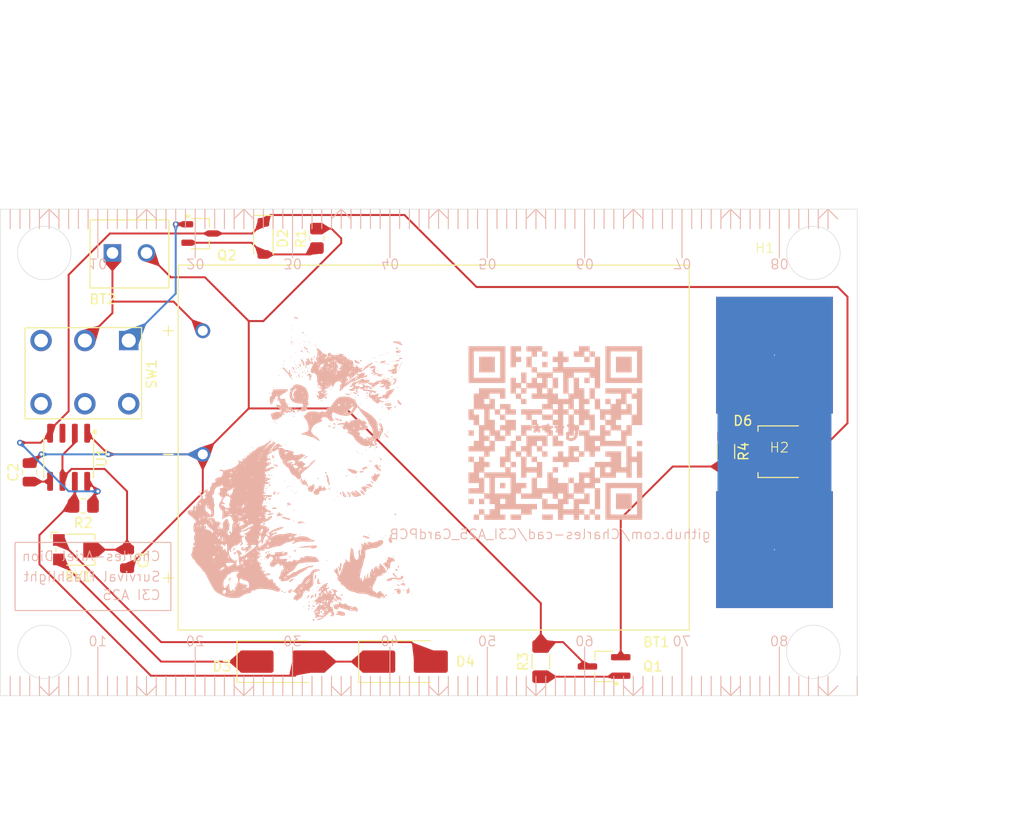
<source format=kicad_pcb>
(kicad_pcb (version 20241229) (generator "pcbnew") (generator_version "9.0")
  (layers (0 "F.Cu" signal) (2 "B.Cu" signal) (13 "F.Paste" user) (15 "B.Paste" user) (5 "F.SilkS" user "F.Silkscreen") (7 "B.SilkS" user "B.Silkscreen") (1 "F.Mask" user) (3 "B.Mask" user) (25 "Edge.Cuts" user))
  (net 0 "")
  (net 1 "-BATT")
  (net 2 "Net-(U1-THR)")
  (net 3 "Net-(U1-CV)")
  (net 4 "Net-(Q2-D)")
  (net 5 "Net-(D2-A)")
  (net 6 "VCC")
  (net 7 "Net-(D3-K)")
  (net 8 "Net-(D3-A)")
  (net 9 "Net-(D4-A)")
  (net 10 "Net-(D6-K)")
  (net 11 "Net-(Q1-D)")
  (net 12 "Net-(Q1-G)")
  (net 13 "+BATT")
  (net 19 "Net-(D6-PAD)")
  (footprint "Package_TO_SOT_SMD:TSOT-23" (layer "F.Cu") (at 124.5 59.5)
    (property "Reference" "Q2" (at 2.75 2.25 0) (layer "F.SilkS"))
    (property "Value" "SL2301S")
    (pad "1" smd roundrect (at -1.31 -0.95) (size 1.22 0.65) (layers "F.Cu" "F.Mask" "F.Paste") (net 4 "Net-(Q2-D)"))
    (pad "2" smd roundrect (at -1.31 0.95) (size 1.22 0.65) (layers "F.Cu" "F.Mask" "F.Paste") (net 5 "Net-(D2-A)"))
    (pad "3" smd roundrect (at 1.31 0) (size 1.22 0.65) (layers "F.Cu" "F.Mask" "F.Paste") (net 6 "VCC"))
  )
  (footprint "Potentiometer_SMD:Potentiometer_Bourns_TC33X_Vertical" (layer "F.Cu") (at 111.8 92)
    (property "Reference" "RV1" (at 0.2 2.75 0) (layer "F.SilkS"))
    (property "Value" "10k")
    (pad "1" smd rect (at -1.8 -1) (size 1.2 1.2) (layers "F.Cu" "F.Mask" "F.Paste") (net 9 "Net-(D4-A)"))
    (pad "2" smd rect (at 1.45 0) (size 1.5 1.6) (layers "F.Cu" "F.Mask" "F.Paste") (net 2 "Net-(U1-THR)"))
    (pad "3" smd rect (at -1.8 1) (size 1.2 1.2) (layers "F.Cu" "F.Mask" "F.Paste") (net 7 "Net-(D3-K)"))
  )
  (footprint "Resistor_SMD:R_1206_3216Metric_Pad1.30x1.75mm_HandSolder" (layer "F.Cu") (at 159.5 103.5 90)
    (property "Reference" "R3" (at 0 -1.83 90) (layer "F.SilkS"))
    (property "Value" "5k")
    (pad "1" smd roundrect (at -1.55 0 90) (size 1.3 1.75) (layers "F.Cu" "F.Mask" "F.Paste") (roundrect_rratio 0.192308) (net 12 "Net-(Q1-G)"))
    (pad "2" smd roundrect (at 1.55 0 90) (size 1.3 1.75) (layers "F.Cu" "F.Mask" "F.Paste") (roundrect_rratio 0.192308) (net 1 "-BATT"))
  )
  (footprint "Capacitor_SMD:C_0805_2012Metric" (layer "F.Cu") (at 117 92.95 -90)
    (property "Reference" "C1" (at 0 -1.68 90) (layer "F.SilkS"))
    (property "Value" "100nF")
    (pad "1" smd roundrect (at -0.95 0 270) (size 1 1.45) (layers "F.Cu" "F.Mask" "F.Paste") (net 2 "Net-(U1-THR)"))
    (pad "2" smd roundrect (at 0.95 0 270) (size 1 1.45) (layers "F.Cu" "F.Mask" "F.Paste") (net 1 "-BATT"))
  )
  (footprint "Resistor_SMD:R_0805_2012Metric_Pad1.20x1.40mm_HandSolder" (layer "F.Cu") (at 136.5 60 90)
    (property "Reference" "R1" (at 0 -1.65 90) (layer "F.SilkS"))
    (property "Value" "100k")
    (pad "1" smd roundrect (at -1 0 90) (size 1.2 1.4) (layers "F.Cu" "F.Mask" "F.Paste") (roundrect_rratio 0.208333) (net 5 "Net-(D2-A)"))
    (pad "2" smd roundrect (at 1 0 90) (size 1.2 1.4) (layers "F.Cu" "F.Mask" "F.Paste") (roundrect_rratio 0.208333) (net 1 "-BATT"))
  )
  (footprint "Package_TO_SOT_SMD:TSOT-23_HandSoldering" (layer "F.Cu") (at 166 104 180)
    (property "Reference" "Q1" (at -5 0 0) (layer "F.SilkS"))
    (property "Value" "SL2312")
    (pad "1" smd roundrect (at -1.71 -0.95 180) (size 2 0.65) (layers "F.Cu" "F.Mask" "F.Paste") (net 12 "Net-(Q1-G)"))
    (pad "2" smd roundrect (at -1.71 0.95 180) (size 2 0.65) (layers "F.Cu" "F.Mask" "F.Paste") (net 11 "Net-(Q1-D)"))
    (pad "3" smd roundrect (at 1.71 0 180) (size 2 0.65) (layers "F.Cu" "F.Mask" "F.Paste") (net 1 "-BATT"))
  )
  (footprint "CustomLib:DPDT" (layer "F.Cu") (at 117.17 70.5 -90)
    (property "Reference" "SW1" (at 3.45 -2.35 90) (layer "F.SilkS"))
    (property "Value" "SW_DPDT_x2")
    (pad "1" thru_hole rect (at 0 0 270) (size 2 2) (drill 1.45) (layers "*.Cu" "*.Mask") (net 4 "Net-(Q2-D)"))
    (pad "2" thru_hole circle (at 0 4.5 270) (size 2.2 2.2) (drill 1.45) (layers "*.Cu" "*.Mask") (net 13 "+BATT"))
    (pad "3" thru_hole circle (at 0 9 270) (size 2.2 2.2) (drill 1.4) (layers "*.Cu" "*.Mask"))
    (pad "4" thru_hole circle (at 6.5 9 270) (size 2.2 2.2) (drill 1.4) (layers "*.Cu" "*.Mask"))
    (pad "5" thru_hole circle (at 6.5 4.5 270) (size 2.2 2.2) (drill 1.4) (layers "*.Cu" "*.Mask"))
    (pad "6" thru_hole circle (at 6.5 0 270) (size 2.2 2.2) (drill 1.4) (layers "*.Cu" "*.Mask"))
  )
  (footprint "CustomLib:Heatsink" (layer "F.Cu") (at 183.65 62.45)
    (property "Reference" "H1" (at -1.15 -1.45 0) (layer "F.SilkS") (effects (font (thickness 0.1))))
    (property "Value" "~")
    (pad "1" thru_hole rect (at -0.15 9.55) (size 12 12) (drill 0.1) (layers "*.Cu" "*.Mask") (net 19 "Net-(D6-PAD)"))
  )
  (footprint "CustomLib:Heatsink" (layer "F.Cu") (at 183.65 82.45)
    (property "Reference" "H2" (at 0.35 -0.95 0) (layer "F.SilkS") (effects (font (thickness 0.1))))
    (property "Value" "~")
    (pad "1" thru_hole rect (at -0.15 9.55) (size 12 12) (drill 0.1) (layers "*.Cu" "*.Mask") (net 19 "Net-(D6-PAD)"))
  )
  (footprint "Package_SO:SOIC-8_3.9x4.9mm_P1.27mm" (layer "F.Cu") (at 111 82.5 -90)
    (property "Reference" "U1" (at 0 -3.4 90) (layer "F.SilkS"))
    (property "Value" "LM555xM")
    (pad "1" smd roundrect (at -2.475 -1.905 270) (size 1.95 0.6) (layers "F.Cu" "F.Mask" "F.Paste") (net 1 "-BATT"))
    (pad "2" smd roundrect (at -2.475 -0.635 270) (size 1.95 0.6) (layers "F.Cu" "F.Mask" "F.Paste") (net 2 "Net-(U1-THR)"))
    (pad "3" smd roundrect (at -2.475 0.635 270) (size 1.95 0.6) (layers "F.Cu" "F.Mask" "F.Paste"))
    (pad "4" smd roundrect (at -2.475 1.905 270) (size 1.95 0.6) (layers "F.Cu" "F.Mask" "F.Paste") (net 6 "VCC"))
    (pad "5" smd roundrect (at 2.475 1.905 270) (size 1.95 0.6) (layers "F.Cu" "F.Mask" "F.Paste") (net 3 "Net-(U1-CV)"))
    (pad "6" smd roundrect (at 2.475 0.635 270) (size 1.95 0.6) (layers "F.Cu" "F.Mask" "F.Paste") (net 2 "Net-(U1-THR)"))
    (pad "7" smd roundrect (at 2.475 -0.635 270) (size 1.95 0.6) (layers "F.Cu" "F.Mask" "F.Paste") (net 8 "Net-(D3-A)"))
    (pad "8" smd roundrect (at 2.475 -1.905 270) (size 1.95 0.6) (layers "F.Cu" "F.Mask" "F.Paste") (net 6 "VCC"))
  )
  (footprint "Diode_SMD:D_SOD-123" (layer "F.Cu") (at 131 60 -90)
    (property "Reference" "D2" (at 0 -2 90) (layer "F.SilkS"))
    (property "Value" "6V")
    (pad "1" smd roundrect (at -1.65 0 270) (size 0.9 1.2) (layers "F.Cu" "F.Mask" "F.Paste") (net 6 "VCC"))
    (pad "2" smd roundrect (at 1.65 0 270) (size 0.9 1.2) (layers "F.Cu" "F.Mask" "F.Paste") (net 5 "Net-(D2-A)"))
  )
  (footprint "Capacitor_SMD:C_0805_2012Metric" (layer "F.Cu") (at 107 84.05 90)
    (property "Reference" "C2" (at 0 -1.68 90) (layer "F.SilkS"))
    (property "Value" "1nF")
    (pad "1" smd roundrect (at -0.95 0 90) (size 1 1.45) (layers "F.Cu" "F.Mask" "F.Paste") (net 3 "Net-(U1-CV)"))
    (pad "2" smd roundrect (at 0.95 0 90) (size 1 1.45) (layers "F.Cu" "F.Mask" "F.Paste") (net 1 "-BATT"))
  )
  (footprint "Diode_SMD:D_SMB_Handsoldering" (layer "F.Cu") (at 145.5 103.5)
    (property "Reference" "D4" (at 6.25 0 0) (layer "F.SilkS"))
    (property "Value" "S1J-AQ")
    (pad "1" smd roundrect (at -2.7 0) (size 3.5 2.3) (layers "F.Cu" "F.Mask" "F.Paste") (roundrect_rratio 0.1086956522) (net 8 "Net-(D3-A)"))
    (pad "2" smd roundrect (at 2.7 0) (size 3.5 2.3) (layers "F.Cu" "F.Mask" "F.Paste") (roundrect_rratio 0.1086956522) (net 9 "Net-(D4-A)"))
  )
  (footprint "Resistor_SMD:R_0805_2012Metric_Pad1.20x1.40mm_HandSolder" (layer "F.Cu") (at 112.5 87.5 180)
    (property "Reference" "R2" (at 0 -1.75 0) (layer "F.SilkS"))
    (property "Value" "1k")
    (pad "1" smd roundrect (at -1 0 180) (size 1.2 1.4) (layers "F.Cu" "F.Mask" "F.Paste") (roundrect_rratio 0.208333) (net 6 "VCC"))
    (pad "2" smd roundrect (at 1 0 180) (size 1.2 1.4) (layers "F.Cu" "F.Mask" "F.Paste") (roundrect_rratio 0.208333) (net 8 "Net-(D3-A)"))
  )
  (footprint "LED_SMD:LED_Cree-XHP50_3V_HighDensity" (layer "F.Cu") (at 184.46 81.925)
    (property "Reference" "D6" (at -4.21 -3.175 0) (layer "F.SilkS"))
    (property "Value" "2.85V 1.5Amax")
    (pad "1" smd rect (at -2.14 0) (size 0.5 4.78) (layers "F.Cu" "F.Mask") (net 10 "Net-(D6-K)"))
    (pad "2" smd rect (at 2.14 0) (size 0.5 4.78) (layers "F.Cu" "F.Mask") (net 6 "VCC"))
    (pad "3" smd rect (at 0 0) (size 2.78 4.78) (layers "F.Cu" "F.Mask") (net 19 "Net-(D6-PAD)"))
  )
  (footprint "CustomLib:2 pin screw connector" (layer "F.Cu") (at 117.25 61.5)
    (property "Reference" "BT2" (at -2.75 4.75 0) (layer "F.SilkS") (effects (font (size 1.000591 1.000591))))
    (property "Value" "Battery")
    (pad "1" thru_hole rect (at -1.75 0) (size 1.8 1.8) (drill 1.2) (layers "*.Cu" "*.Mask") (net 13 "+BATT"))
    (pad "2" thru_hole circle (at 1.75 0) (size 1.8 1.8) (drill 1.2) (layers "*.Cu" "*.Mask") (net 1 "-BATT"))
  )
  (footprint "Resistor_SMD:R_1206_3216Metric_Pad1.30x1.75mm_HandSolder" (layer "F.Cu") (at 178.5 81.9 -90)
    (property "Reference" "R4" (at 0 -1.83 90) (layer "F.SilkS"))
    (property "Value" "1.6")
    (pad "1" smd roundrect (at -1.55 0 270) (size 1.3 1.75) (layers "F.Cu" "F.Mask" "F.Paste") (roundrect_rratio 0.192308) (net 10 "Net-(D6-K)"))
    (pad "2" smd roundrect (at 1.55 0 270) (size 1.3 1.75) (layers "F.Cu" "F.Mask" "F.Paste") (roundrect_rratio 0.192308) (net 11 "Net-(Q1-D)"))
  )
  (footprint "CustomLib:BAT_2479" (layer "F.Cu") (at 148.5 81.5 180)
    (property "Reference" "BT1" (at -22.86 -20 0) (layer "F.SilkS"))
    (property "Value" "Battery Holder")
    (pad "" np_thru_hole circle (at 0 -12 180) (size 3.45 3.45) (drill 3.45) (layers "*.Cu" "*.Mask"))
    (pad "" np_thru_hole circle (at 0 12 180) (size 3.45 3.45) (drill 3.45) (layers "*.Cu" "*.Mask"))
    (pad "1" thru_hole circle (at 23.72 12 180) (size 1.53 1.53) (drill 1.02) (layers "*.Cu" "*.Mask") (net 13 "+BATT"))
    (pad "2" thru_hole circle (at 23.72 -0.7 180) (size 1.53 1.53) (drill 1.02) (layers "*.Cu" "*.Mask") (net 1 "-BATT"))
  )
  (footprint "Diode_SMD:D_SMB_Handsoldering" (layer "F.Cu") (at 133 103.5)
    (property "Reference" "D3" (at -6.25 0.5 0) (layer "F.SilkS"))
    (property "Value" "S1J-AQ")
    (pad "1" smd roundrect (at -2.7 0) (size 3.5 2.3) (layers "F.Cu" "F.Mask" "F.Paste") (roundrect_rratio 0.1086956522) (net 7 "Net-(D3-K)"))
    (pad "2" smd roundrect (at 2.7 0) (size 3.5 2.3) (layers "F.Cu" "F.Mask" "F.Paste") (roundrect_rratio 0.1086956522) (net 8 "Net-(D3-A)"))
  )
  (footprint "LOGO" (layer "B.Cu") (at 135 83.75 180)
    (property "Reference" "G***" (hide yes))
    (property "Value" "LOGO" (hide yes))
  )
  (footprint "LOGO" (layer "B.Cu") (at 161 80 180)
    (property "Reference" "G***" (at 0 0 0) (layer "B.SilkS") (effects (font (size 1.5 1.5) (thickness 0.3)) (justify mirror)))
    (property "Value" "LOGO" (hide yes))
  )
  (gr_rect (start 177.75 78) (end 189.25 86) (stroke (width 0.2)) (fill yes) (layer "B.Cu") (net 19))
  (gr_line (start 148 57) (end 148 59) (stroke (width 0.1)) (layer "B.SilkS"))
  (gr_line (start 165 107) (end 165 105) (stroke (width 0.1)) (layer "B.SilkS"))
  (gr_line (start 159 107) (end 158 106) (stroke (width 0.1)) (layer "B.SilkS"))
  (gr_line (start 132 57) (end 132 59) (stroke (width 0.1)) (layer "B.SilkS"))
  (gr_line (start 151 107) (end 151 105) (stroke (width 0.1)) (layer "B.SilkS"))
  (gr_line (start 179 107) (end 179 105) (stroke (width 0.1)) (layer "B.SilkS"))
  (gr_line (start 162 107) (end 162 105) (stroke (width 0.1)) (layer "B.SilkS"))
  (gr_line (start 171 57) (end 171 59) (stroke (width 0.1)) (layer "B.SilkS"))
  (gr_line (start 181 107) (end 181 105) (stroke (width 0.1)) (layer "B.SilkS"))
  (gr_line (start 117 57) (end 117 59) (stroke (width 0.1)) (layer "B.SilkS"))
  (gr_line (start 156 107) (end 156 105) (stroke (width 0.1)) (layer "B.SilkS"))
  (gr_line (start 169 107) (end 169 105) (stroke (width 0.1)) (layer "B.SilkS"))
  (gr_line (start 184 107) (end 184 102) (stroke (width 0.1)) (layer "B.SilkS"))
  (gr_line (start 190 58) (end 189 57) (stroke (width 0.1)) (layer "B.SilkS"))
  (gr_line (start 111 57) (end 111 59) (stroke (width 0.1)) (layer "B.SilkS"))
  (gr_line (start 179 57) (end 178 58) (stroke (width 0.1)) (layer "B.SilkS"))
  (gr_line (start 173 57) (end 173 59) (stroke (width 0.1)) (layer "B.SilkS"))
  (gr_line (start 114 107) (end 114 102) (stroke (width 0.1)) (layer "B.SilkS"))
  (gr_line (start 109 57) (end 109 59) (stroke (width 0.1)) (layer "B.SilkS"))
  (gr_line (start 149 57) (end 148 58) (stroke (width 0.1)) (layer "B.SilkS"))
  (gr_line (start 127 107) (end 127 105) (stroke (width 0.1)) (layer "B.SilkS"))
  (gr_line (start 135 107) (end 135 105) (stroke (width 0.1)) (layer "B.SilkS"))
  (gr_line (start 129 57) (end 129 59) (stroke (width 0.1)) (layer "B.SilkS"))
  (gr_line (start 127 57) (end 127 59) (stroke (width 0.1)) (layer "B.SilkS"))
  (gr_line (start 179 107) (end 178 106) (stroke (width 0.1)) (layer "B.SilkS"))
  (gr_line (start 142 107) (end 142 105) (stroke (width 0.1)) (layer "B.SilkS"))
  (gr_line (start 168 57) (end 168 59) (stroke (width 0.1)) (layer "B.SilkS"))
  (gr_line (start 108 57) (end 108 59) (stroke (width 0.1)) (layer "B.SilkS"))
  (gr_line (start 119 57) (end 119 59) (stroke (width 0.1)) (layer "B.SilkS"))
  (gr_line (start 181 57) (end 181 59) (stroke (width 0.1)) (layer "B.SilkS"))
  (gr_line (start 172 57) (end 172 59) (stroke (width 0.1)) (layer "B.SilkS"))
  (gr_line (start 108 107) (end 108 105) (stroke (width 0.1)) (layer "B.SilkS"))
  (gr_line (start 144 107) (end 144 102) (stroke (width 0.1)) (layer "B.SilkS"))
  (gr_line (start 119 57) (end 118 58) (stroke (width 0.1)) (layer "B.SilkS"))
  (gr_line (start 134 57) (end 134 62) (stroke (width 0.1)) (layer "B.SilkS"))
  (gr_line (start 142 57) (end 142 59) (stroke (width 0.1)) (layer "B.SilkS"))
  (gr_line (start 172 107) (end 172 105) (stroke (width 0.1)) (layer "B.SilkS"))
  (gr_line (start 147 57) (end 147 59) (stroke (width 0.1)) (layer "B.SilkS"))
  (gr_line (start 164 107) (end 164 102) (stroke (width 0.1)) (layer "B.SilkS"))
  (gr_line (start 119 107) (end 120 106) (stroke (width 0.1)) (layer "B.SilkS"))
  (gr_line (start 171 107) (end 171 105) (stroke (width 0.1)) (layer "B.SilkS"))
  (gr_line (start 189 107) (end 188 106) (stroke (width 0.1)) (layer "B.SilkS"))
  (gr_line (start 131 107) (end 131 105) (stroke (width 0.1)) (layer "B.SilkS"))
  (gr_line (start 167 57) (end 167 59) (stroke (width 0.1)) (layer "B.SilkS"))
  (gr_line (start 124 57) (end 124 62) (stroke (width 0.1)) (layer "B.SilkS"))
  (gr_line (start 123 107) (end 123 105) (stroke (width 0.1)) (layer "B.SilkS"))
  (gr_line (start 175 107) (end 175 105) (stroke (width 0.1)) (layer "B.SilkS"))
  (gr_line (start 122 57) (end 122 59) (stroke (width 0.1)) (layer "B.SilkS"))
  (gr_line (start 177 57) (end 177 59) (stroke (width 0.1)) (layer "B.SilkS"))
  (gr_line (start 144 57) (end 144 62) (stroke (width 0.1)) (layer "B.SilkS"))
  (gr_line (start 109 57) (end 110 58) (stroke (width 0.1)) (layer "B.SilkS"))
  (gr_line (start 138 57) (end 138 59) (stroke (width 0.1)) (layer "B.SilkS"))
  (gr_line (start 141 107) (end 141 105) (stroke (width 0.1)) (layer "B.SilkS"))
  (gr_line (start 129 107) (end 130 106) (stroke (width 0.1)) (layer "B.SilkS"))
  (gr_line (start 182 57) (end 182 59) (stroke (width 0.1)) (layer "B.SilkS"))
  (gr_line (start 169 57) (end 169 59) (stroke (width 0.1)) (layer "B.SilkS"))
  (gr_line (start 118 57) (end 118 59) (stroke (width 0.1)) (layer "B.SilkS"))
  (gr_line (start 183 107) (end 183 105) (stroke (width 0.1)) (layer "B.SilkS"))
  (gr_line (start 159 57) (end 160 58) (stroke (width 0.1)) (layer "B.SilkS"))
  (gr_line (start 130 57) (end 130 59) (stroke (width 0.1)) (layer "B.SilkS"))
  (gr_line (start 122 107) (end 122 105) (stroke (width 0.1)) (layer "B.SilkS"))
  (gr_line (start 160 107) (end 160 105) (stroke (width 0.1)) (layer "B.SilkS"))
  (gr_line (start 110 57) (end 110 59) (stroke (width 0.1)) (layer "B.SilkS"))
  (gr_line (start 115 57) (end 115 59) (stroke (width 0.1)) (layer "B.SilkS"))
  (gr_line (start 161 107) (end 161 105) (stroke (width 0.1)) (layer "B.SilkS"))
  (gr_line (start 151 57) (end 151 59) (stroke (width 0.1)) (layer "B.SilkS"))
  (gr_line (start 115 107) (end 115 105) (stroke (width 0.1)) (layer "B.SilkS"))
  (gr_line (start 169 107) (end 170 106) (stroke (width 0.1)) (layer "B.SilkS"))
  (gr_line (start 129 107) (end 129 105) (stroke (width 0.1)) (layer "B.SilkS"))
  (gr_line (start 169 57) (end 168 58) (stroke (width 0.1)) (layer "B.SilkS"))
  (gr_line (start 139 57) (end 139 59) (stroke (width 0.1)) (layer "B.SilkS"))
  (gr_line (start 125 107) (end 125 105) (stroke (width 0.1)) (layer "B.SilkS"))
  (gr_line (start 188 107) (end 188 105) (stroke (width 0.1)) (layer "B.SilkS"))
  (gr_line (start 176 57) (end 176 59) (stroke (width 0.1)) (layer "B.SilkS"))
  (gr_line (start 109 57) (end 108 58) (stroke (width 0.1)) (layer "B.SilkS"))
  (gr_line (start 112 57) (end 112 59) (stroke (width 0.1)) (layer "B.SilkS"))
  (gr_line (start 165 57) (end 165 59) (stroke (width 0.1)) (layer "B.SilkS"))
  (gr_line (start 188 59) (end 188 57) (stroke (width 0.1)) (layer "B.SilkS"))
  (gr_line (start 119 107) (end 119 105) (stroke (width 0.1)) (layer "B.SilkS"))
  (gr_line (start 106 107) (end 106 105) (stroke (width 0.1)) (layer "B.SilkS"))
  (gr_line (start 111 107) (end 111 105) (stroke (width 0.1)) (layer "B.SilkS"))
  (gr_line (start 169 107) (end 168 106) (stroke (width 0.1)) (layer "B.SilkS"))
  (gr_line (start 123 57) (end 123 59) (stroke (width 0.1)) (layer "B.SilkS"))
  (gr_line (start 138 107) (end 138 105) (stroke (width 0.1)) (layer "B.SilkS"))
  (gr_line (start 116 107) (end 116 105) (stroke (width 0.1)) (layer "B.SilkS"))
  (gr_line (start 133 107) (end 133 105) (stroke (width 0.1)) (layer "B.SilkS"))
  (gr_line (start 152 107) (end 152 105) (stroke (width 0.1)) (layer "B.SilkS"))
  (gr_line (start 167 107) (end 167 105) (stroke (width 0.1)) (layer "B.SilkS"))
  (gr_line (start 110 107) (end 110 105) (stroke (width 0.1)) (layer "B.SilkS"))
  (gr_line (start 120 57) (end 120 59) (stroke (width 0.1)) (layer "B.SilkS"))
  (gr_line (start 109 107) (end 110 106) (stroke (width 0.1)) (layer "B.SilkS"))
  (gr_line (start 177 107) (end 177 105) (stroke (width 0.1)) (layer "B.SilkS"))
  (gr_line (start 185 59) (end 185 57) (stroke (width 0.1)) (layer "B.SilkS"))
  (gr_line (start 129 57) (end 130 58) (stroke (width 0.1)) (layer "B.SilkS"))
  (gr_line (start 186 107) (end 186 105) (stroke (width 0.1)) (layer "B.SilkS"))
  (gr_line (start 157 107) (end 157 105) (stroke (width 0.1)) (layer "B.SilkS"))
  (gr_line (start 128 107) (end 128 105) (stroke (width 0.1)) (layer "B.SilkS"))
  (gr_line (start 129 57) (end 128 58) (stroke (width 0.1)) (layer "B.SilkS"))
  (gr_line (start 189 57) (end 188 58) (stroke (width 0.1)) (layer "B.SilkS"))
  (gr_line (start 186 59) (end 186 57) (stroke (width 0.1)) (layer "B.SilkS"))
  (gr_line (start 169 57) (end 170 58) (stroke (width 0.1)) (layer "B.SilkS"))
  (gr_line (start 107 107) (end 107 105) (stroke (width 0.1)) (layer "B.SilkS"))
  (gr_line (start 139 107) (end 139 105) (stroke (width 0.1)) (layer "B.SilkS"))
  (gr_line (start 146 107) (end 146 105) (stroke (width 0.1)) (layer "B.SilkS"))
  (gr_line (start 158 107) (end 158 105) (stroke (width 0.1)) (layer "B.SilkS"))
  (gr_line (start 163 57) (end 163 59) (stroke (width 0.1)) (layer "B.SilkS"))
  (gr_line (start 126 107) (end 126 105) (stroke (width 0.1)) (layer "B.SilkS"))
  (gr_line (start 135 57) (end 135 59) (stroke (width 0.1)) (layer "B.SilkS"))
  (gr_line (start 161 57) (end 161 59) (stroke (width 0.1)) (layer "B.SilkS"))
  (gr_line (start 187 107) (end 187 105) (stroke (width 0.1)) (layer "B.SilkS"))
  (gr_line (start 150 57) (end 150 59) (stroke (width 0.1)) (layer "B.SilkS"))
  (gr_line (start 149 57) (end 149 59) (stroke (width 0.1)) (layer "B.SilkS"))
  (gr_line (start 124 107) (end 124 102) (stroke (width 0.1)) (layer "B.SilkS"))
  (gr_line (start 180 57) (end 180 59) (stroke (width 0.1)) (layer "B.SilkS"))
  (gr_line (start 139 107) (end 140 106) (stroke (width 0.1)) (layer "B.SilkS"))
  (gr_line (start 163 107) (end 163 105) (stroke (width 0.1)) (layer "B.SilkS"))
  (gr_line (start 176 107) (end 176 105) (stroke (width 0.1)) (layer "B.SilkS"))
  (gr_line (start 178 107) (end 178 105) (stroke (width 0.1)) (layer "B.SilkS"))
  (gr_line (start 140 57) (end 140 59) (stroke (width 0.1)) (layer "B.SilkS"))
  (gr_line (start 126 57) (end 126 59) (stroke (width 0.1)) (layer "B.SilkS"))
  (gr_line (start 160 57) (end 160 59) (stroke (width 0.1)) (layer "B.SilkS"))
  (gr_line (start 179 57) (end 179 59) (stroke (width 0.1)) (layer "B.SilkS"))
  (gr_line (start 117 107) (end 117 105) (stroke (width 0.1)) (layer "B.SilkS"))
  (gr_line (start 139 57) (end 140 58) (stroke (width 0.1)) (layer "B.SilkS"))
  (gr_line (start 149 107) (end 148 106) (stroke (width 0.1)) (layer "B.SilkS"))
  (gr_line (start 129 107) (end 128 106) (stroke (width 0.1)) (layer "B.SilkS"))
  (gr_line (start 178 57) (end 178 59) (stroke (width 0.1)) (layer "B.SilkS"))
  (gr_line (start 183 57) (end 183 59) (stroke (width 0.1)) (layer "B.SilkS"))
  (gr_line (start 192 107) (end 192 105) (stroke (width 0.1)) (layer "B.SilkS"))
  (gr_line (start 159 57) (end 159 59) (stroke (width 0.1)) (layer "B.SilkS"))
  (gr_rect (start 105.5 91.25) (end 121.5 98.25) (stroke (width 0.1)) (fill no) (layer "B.SilkS"))
  (gr_line (start 166 107) (end 166 105) (stroke (width 0.1)) (layer "B.SilkS"))
  (gr_line (start 174 57) (end 174 62) (stroke (width 0.1)) (layer "B.SilkS"))
  (gr_line (start 120 107) (end 120 105) (stroke (width 0.1)) (layer "B.SilkS"))
  (gr_line (start 149 107) (end 149 105) (stroke (width 0.1)) (layer "B.SilkS"))
  (gr_line (start 189 107) (end 189 105) (stroke (width 0.1)) (layer "B.SilkS"))
  (gr_line (start 162 57) (end 162 59) (stroke (width 0.1)) (layer "B.SilkS"))
  (gr_line (start 125 57) (end 125 59) (stroke (width 0.1)) (layer "B.SilkS"))
  (gr_line (start 106 57) (end 106 59) (stroke (width 0.1)) (layer "B.SilkS"))
  (gr_line (start 159 57) (end 158 58) (stroke (width 0.1)) (layer "B.SilkS"))
  (gr_line (start 139 57) (end 138 58) (stroke (width 0.1)) (layer "B.SilkS"))
  (gr_line (start 173 107) (end 173 105) (stroke (width 0.1)) (layer "B.SilkS"))
  (gr_line (start 152 57) (end 152 59) (stroke (width 0.1)) (layer "B.SilkS"))
  (gr_line (start 159 107) (end 160 106) (stroke (width 0.1)) (layer "B.SilkS"))
  (gr_line (start 119 107) (end 118 106) (stroke (width 0.1)) (layer "B.SilkS"))
  (gr_line (start 184 57) (end 184 62) (stroke (width 0.1)) (layer "B.SilkS"))
  (gr_line (start 132 107) (end 132 105) (stroke (width 0.1)) (layer "B.SilkS"))
  (gr_line (start 145 57) (end 145 59) (stroke (width 0.1)) (layer "B.SilkS"))
  (gr_line (start 131 57) (end 131 59) (stroke (width 0.1)) (layer "B.SilkS"))
  (gr_line (start 105 107) (end 105 105) (stroke (width 0.1)) (layer "B.SilkS"))
  (gr_line (start 136 57) (end 136 59) (stroke (width 0.1)) (layer "B.SilkS"))
  (gr_line (start 140 107) (end 140 105) (stroke (width 0.1)) (layer "B.SilkS"))
  (gr_line (start 159 107) (end 159 105) (stroke (width 0.1)) (layer "B.SilkS"))
  (gr_line (start 116 57) (end 116 59) (stroke (width 0.1)) (layer "B.SilkS"))
  (gr_line (start 182 107) (end 182 105) (stroke (width 0.1)) (layer "B.SilkS"))
  (gr_line (start 189 59) (end 189 57) (stroke (width 0.1)) (layer "B.SilkS"))
  (gr_line (start 175 57) (end 175 59) (stroke (width 0.1)) (layer "B.SilkS"))
  (gr_line (start 158 57) (end 158 59) (stroke (width 0.1)) (layer "B.SilkS"))
  (gr_line (start 114 57) (end 114 62) (stroke (width 0.1)) (layer "B.SilkS"))
  (gr_line (start 146 57) (end 146 59) (stroke (width 0.1)) (layer "B.SilkS"))
  (gr_line (start 189 107) (end 190 106) (stroke (width 0.1)) (layer "B.SilkS"))
  (gr_line (start 145 107) (end 145 105) (stroke (width 0.1)) (layer "B.SilkS"))
  (gr_line (start 185 107) (end 185 105) (stroke (width 0.1)) (layer "B.SilkS"))
  (gr_line (start 139 107) (end 138 106) (stroke (width 0.1)) (layer "B.SilkS"))
  (gr_line (start 166 57) (end 166 59) (stroke (width 0.1)) (layer "B.SilkS"))
  (gr_line (start 121 107) (end 121 105) (stroke (width 0.1)) (layer "B.SilkS"))
  (gr_line (start 105 57) (end 105 59) (stroke (width 0.1)) (layer "B.SilkS"))
  (gr_line (start 130 107) (end 130 105) (stroke (width 0.1)) (layer "B.SilkS"))
  (gr_line (start 174 107) (end 174 102) (stroke (width 0.1)) (layer "B.SilkS"))
  (gr_line (start 113 107) (end 113 105) (stroke (width 0.1)) (layer "B.SilkS"))
  (gr_line (start 148 107) (end 148 105) (stroke (width 0.1)) (layer "B.SilkS"))
  (gr_line (start 170 57) (end 170 59) (stroke (width 0.1)) (layer "B.SilkS"))
  (gr_line (start 143 57) (end 143 59) (stroke (width 0.1)) (layer "B.SilkS"))
  (gr_line (start 134 107) (end 134 102) (stroke (width 0.1)) (layer "B.SilkS"))
  (gr_line (start 113 57) (end 113 59) (stroke (width 0.1)) (layer "B.SilkS"))
  (gr_line (start 149 57) (end 150 58) (stroke (width 0.1)) (layer "B.SilkS"))
  (gr_line (start 136 107) (end 136 105) (stroke (width 0.1)) (layer "B.SilkS"))
  (gr_line (start 179 107) (end 180 106) (stroke (width 0.1)) (layer "B.SilkS"))
  (gr_line (start 180 107) (end 180 105) (stroke (width 0.1)) (layer "B.SilkS"))
  (gr_line (start 157 57) (end 157 59) (stroke (width 0.1)) (layer "B.SilkS"))
  (gr_line (start 137 107) (end 137 105) (stroke (width 0.1)) (layer "B.SilkS"))
  (gr_line (start 137 57) (end 137 59) (stroke (width 0.1)) (layer "B.SilkS"))
  (gr_line (start 109 107) (end 108 106) (stroke (width 0.1)) (layer "B.SilkS"))
  (gr_line (start 179 57) (end 180 58) (stroke (width 0.1)) (layer "B.SilkS"))
  (gr_line (start 133 57) (end 133 59) (stroke (width 0.1)) (layer "B.SilkS"))
  (gr_line (start 153 57) (end 153 59) (stroke (width 0.1)) (layer "B.SilkS"))
  (gr_line (start 150 107) (end 150 105) (stroke (width 0.1)) (layer "B.SilkS"))
  (gr_line (start 143 107) (end 143 105) (stroke (width 0.1)) (layer "B.SilkS"))
  (gr_line (start 112 107) (end 112 105) (stroke (width 0.1)) (layer "B.SilkS"))
  (gr_line (start 109 107) (end 109 105) (stroke (width 0.1)) (layer "B.SilkS"))
  (gr_line (start 156 57) (end 156 59) (stroke (width 0.1)) (layer "B.SilkS"))
  (gr_line (start 155 107) (end 155 105) (stroke (width 0.1)) (layer "B.SilkS"))
  (gr_line (start 141 57) (end 141 59) (stroke (width 0.1)) (layer "B.SilkS"))
  (gr_line (start 170 107) (end 170 105) (stroke (width 0.1)) (layer "B.SilkS"))
  (gr_line (start 164 57) (end 164 62) (stroke (width 0.1)) (layer "B.SilkS"))
  (gr_line (start 149 107) (end 150 106) (stroke (width 0.1)) (layer "B.SilkS"))
  (gr_line (start 107 57) (end 107 59) (stroke (width 0.1)) (layer "B.SilkS"))
  (gr_line (start 119 57) (end 120 58) (stroke (width 0.1)) (layer "B.SilkS"))
  (gr_line (start 147 107) (end 147 105) (stroke (width 0.1)) (layer "B.SilkS"))
  (gr_line (start 118 107) (end 118 105) (stroke (width 0.1)) (layer "B.SilkS"))
  (gr_line (start 121 57) (end 121 59) (stroke (width 0.1)) (layer "B.SilkS"))
  (gr_line (start 154 57) (end 154 62) (stroke (width 0.1)) (layer "B.SilkS"))
  (gr_line (start 128 57) (end 128 59) (stroke (width 0.1)) (layer "B.SilkS"))
  (gr_line (start 187 59) (end 187 57) (stroke (width 0.1)) (layer "B.SilkS"))
  (gr_line (start 153 107) (end 153 105) (stroke (width 0.1)) (layer "B.SilkS"))
  (gr_line (start 155 57) (end 155 59) (stroke (width 0.1)) (layer "B.SilkS"))
  (gr_line (start 154 107) (end 154 102) (stroke (width 0.1)) (layer "B.SilkS"))
  (gr_line (start 168 107) (end 168 105) (stroke (width 0.1)) (layer "B.SilkS"))
  (gr_circle (center 187.5 102.5) (end 190.25 102.5) (stroke (width 0.05)) (fill no) (layer "Edge.Cuts"))
  (gr_circle (center 108.5 61.5) (end 111.25 61.5) (stroke (width 0.05)) (fill no) (layer "Edge.Cuts"))
  (gr_rect (start 104 57) (end 192 107) (stroke (width 0.05)) (fill no) (layer "Edge.Cuts"))
  (gr_circle (center 108.5 102.5) (end 111.25 102.5) (stroke (width 0.05)) (fill no) (layer "Edge.Cuts"))
  (gr_circle (center 187.5 61.5) (end 190.25 61.5) (stroke (width 0.05)) (fill no) (layer "Edge.Cuts"))
  (gr_text "40" (at 145 102 0) (layer "B.SilkS") (effects (font (size 1 1) (thickness 0.1)) (justify left bottom mirror)))
  (gr_text "70" (at 173 62 180) (layer "B.SilkS") (effects (font (size 1 1) (thickness 0.1)) (justify left bottom mirror)))
  (gr_text "10" (at 113 62 180) (layer "B.SilkS") (effects (font (size 1 1) (thickness 0.1)) (justify left bottom mirror)))
  (gr_text "Charles-Ariel Dion" (at 120.5 93.25 0) (layer "B.SilkS") (effects (font (size 1 1) (thickness 0.1)) (justify left bottom mirror)))
  (gr_text "10" (at 115 102 0) (layer "B.SilkS") (effects (font (size 1 1) (thickness 0.1)) (justify left bottom mirror)))
  (gr_text "20" (at 123 62 180) (layer "B.SilkS") (effects (font (size 1 1) (thickness 0.1)) (justify left bottom mirror)))
  (gr_text "Survival Flashlight" (at 120.5 95.35 0) (layer "B.SilkS") (effects (font (size 1 1) (thickness 0.1)) (justify left bottom mirror)))
  (gr_text "30" (at 135 102 0) (layer "B.SilkS") (effects (font (size 1 1) (thickness 0.1)) (justify left bottom mirror)))
  (gr_text "80" (at 185 102 0) (layer "B.SilkS") (effects (font (size 1 1) (thickness 0.1)) (justify left bottom mirror)))
  (gr_text "80" (at 183 62 180) (layer "B.SilkS") (effects (font (size 1 1) (thickness 0.1)) (justify left bottom mirror)))
  (gr_text "30" (at 133 62 180) (layer "B.SilkS") (effects (font (size 1 1) (thickness 0.1)) (justify left bottom mirror)))
  (gr_text "50" (at 153 62 180) (layer "B.SilkS") (effects (font (size 1 1) (thickness 0.1)) (justify left bottom mirror)))
  (gr_text "70" (at 175 102 0) (layer "B.SilkS") (effects (font (size 1 1) (thickness 0.1)) (justify left bottom mirror)))
  (gr_text "60" (at 163 62 180) (layer "B.SilkS") (effects (font (size 1 1) (thickness 0.1)) (justify left bottom mirror)))
  (gr_text "50" (at 155 102 0) (layer "B.SilkS") (effects (font (size 1 1) (thickness 0.1)) (justify left bottom mirror)))
  (gr_text "C3I A25" (at 120.5 97.25 0) (layer "B.SilkS") (effects (font (size 1 1) (thickness 0.1)) (justify left bottom mirror)))
  (gr_text "20" (at 125 102 0) (layer "B.SilkS") (effects (font (size 1 1) (thickness 0.1)) (justify left bottom mirror)))
  (gr_text "60" (at 165 102 0) (layer "B.SilkS") (effects (font (size 1 1) (thickness 0.1)) (justify left bottom mirror)))
  (gr_text "github.com/Charles-cad/C3I_A25_CardPCB" (at 177 91 0) (layer "B.SilkS") (effects (font (size 1 1) (thickness 0.1)) (justify left bottom mirror)))
  (gr_text "40" (at 143 62 180) (layer "B.SilkS") (effects (font (size 1 1) (thickness 0.1)) (justify left bottom mirror)))
  (segment (start 117 93.9) (end 124.78 86.12) (width 0.2) (layer "F.Cu") (net 1))
  (segment (start 164.29 104) (end 161.79 101.5) (width 0.2) (layer "F.Cu") (net 1))
  (segment (start 159.5 97.5) (end 139.48 77.48) (width 0.2) (layer "F.Cu") (net 1))
  (segment (start 121.5 64) (end 125 64) (width 0.2) (layer "F.Cu") (net 1))
  (segment (start 124.78 86.12) (end 124.78 82.2) (width 0.2) (layer "F.Cu") (net 1))
  (segment (start 129.5 77.48) (end 124.78 82.2) (width 0.2) (layer "F.Cu") (net 1))
  (segment (start 161.79 101.5) (end 159.95 101.5) (width 0.2) (layer "F.Cu") (net 1))
  (segment (start 136.5 59) (end 138 59) (width 0.2) (layer "F.Cu") (net 1))
  (segment (start 138 59) (end 139 60) (width 0.2) (layer "F.Cu") (net 1))
  (segment (start 129.5 77.48) (end 139.48 77.48) (width 0.2) (layer "F.Cu") (net 1))
  (segment (start 112.905 80.025) (end 115.08 82.2) (width 0.2) (layer "F.Cu") (net 1))
  (segment (start 107 83.1) (end 107.3 83.1) (width 0.2) (layer "F.Cu") (net 1))
  (segment (start 125 64) (end 129.5 68.5) (width 0.2) (layer "F.Cu") (net 1))
  (segment (start 159.95 101.5) (end 159.5 101.95) (width 0.2) (layer "F.Cu") (net 1))
  (segment (start 139 60.5) (end 131 68.5) (width 0.2) (layer "F.Cu") (net 1))
  (segment (start 129.5 68.5) (end 129.5 77.48) (width 0.2) (layer "F.Cu") (net 1))
  (segment (start 159.5 101.95) (end 159.5 97.5) (width 0.2) (layer "F.Cu") (net 1))
  (segment (start 107.3 83.1) (end 108.2 82.2) (width 0.2) (layer "F.Cu") (net 1))
  (segment (start 119 61.5) (end 121.5 64) (width 0.2) (layer "F.Cu") (net 1))
  (segment (start 115.08 82.2) (end 124.78 82.2) (width 0.2) (layer "F.Cu") (net 1))
  (segment (start 139 60) (end 139 60.5) (width 0.2) (layer "F.Cu") (net 1))
  (segment (start 131 68.5) (end 129.5 68.5) (width 0.2) (layer "F.Cu") (net 1))
  (via (at 115.08 82.2) (size 0.6) (drill 0.3) (layers "F.Cu" "B.Cu") (net 1))
  (via (at 108.2 82.2) (size 0.6) (drill 0.3) (layers "F.Cu" "B.Cu") (net 1))
  (segment (start 108.2 82.2) (end 124.78 82.2) (width 0.2) (layer "B.Cu") (net 1))
  (segment (start 117 86) (end 114.699 83.699) (width 0.2) (layer "F.Cu") (net 2))
  (segment (start 117 92) (end 117 86) (width 0.2) (layer "F.Cu") (net 2))
  (segment (start 117 92) (end 113.25 92) (width 0.2) (layer "F.Cu") (net 2))
  (segment (start 110.365 84.628032) (end 110.365 84.975) (width 0.2) (layer "F.Cu") (net 2))
  (segment (start 111.635 80.025) (end 111.635 80.999999) (width 0.2) (layer "F.Cu") (net 2))
  (segment (start 111.635 80.999999) (end 110.365 82.269999) (width 0.2) (layer "F.Cu") (net 2))
  (segment (start 110.365 82.269999) (end 110.365 84.975) (width 0.2) (layer "F.Cu") (net 2))
  (segment (start 111.294032 83.699) (end 110.365 84.628032) (width 0.2) (layer "F.Cu") (net 2))
  (segment (start 114.699 83.699) (end 111.294032 83.699) (width 0.2) (layer "F.Cu") (net 2))
  (segment (start 109.07 85) (end 109.095 84.975) (width 0.2) (layer "F.Cu") (net 3))
  (segment (start 107 85) (end 109.07 85) (width 0.2) (layer "F.Cu") (net 3))
  (segment (start 123.19 58.55) (end 122 58.55) (width 0.2) (layer "F.Cu") (net 4))
  (via (at 122 58.55) (size 0.6) (drill 0.3) (layers "F.Cu" "B.Cu") (net 4))
  (segment (start 122 65.67) (end 117.17 70.5) (width 0.2) (layer "B.Cu") (net 4))
  (segment (start 122 58.55) (end 122 65.67) (width 0.2) (layer "B.Cu") (net 4))
  (segment (start 123.19 60.45) (end 129.8 60.45) (width 0.2) (layer "F.Cu") (net 5))
  (segment (start 129.8 60.45) (end 131 61.65) (width 0.2) (layer "F.Cu") (net 5))
  (segment (start 135.85 61.65) (end 136.5 61) (width 0.2) (layer "F.Cu") (net 5))
  (segment (start 131 61.65) (end 135.85 61.65) (width 0.2) (layer "F.Cu") (net 5))
  (segment (start 125.81 59.5) (end 129.85 59.5) (width 0.2) (layer "F.Cu") (net 6))
  (segment (start 109.095 80.025) (end 109.095 79.678032) (width 0.2) (layer "F.Cu") (net 6))
  (segment (start 112.905 84.628032) (end 112.905 84.975) (width 0.2) (layer "F.Cu") (net 6))
  (segment (start 108.12 81) (end 106 81) (width 0.2) (layer "F.Cu") (net 6))
  (segment (start 129.85 59.5) (end 131 58.35) (width 0.2) (layer "F.Cu") (net 6))
  (segment (start 109.095 80.025) (end 109.095 80.818032) (width 0.2) (layer "F.Cu") (net 6))
  (segment (start 145.5 57.601) (end 131.749 57.601) (width 0.2) (layer "F.Cu") (net 6))
  (segment (start 113.5 87.5) (end 113.5 86.5) (width 0.2) (layer "F.Cu") (net 6))
  (segment (start 115.23903 59.5) (end 125.81 59.5) (width 0.2) (layer "F.Cu") (net 6))
  (segment (start 111 63.73903) (end 115.23903 59.5) (width 0.2) (layer "F.Cu") (net 6))
  (segment (start 191 79) (end 191 66) (width 0.2) (layer "F.Cu") (net 6))
  (segment (start 191 66) (end 190 65) (width 0.2) (layer "F.Cu") (net 6))
  (segment (start 113.5 86.5) (end 114 86) (width 0.2) (layer "F.Cu") (net 6))
  (segment (start 112.975 84.975) (end 114 86) (width 0.2) (layer "F.Cu") (net 6))
  (segment (start 109.095 80.025) (end 108.12 81) (width 0.2) (layer "F.Cu") (net 6))
  (segment (start 112.905 84.975) (end 112.975 84.975) (width 0.2) (layer "F.Cu") (net 6))
  (segment (start 188.075 81.925) (end 191 79) (width 0.2) (layer "F.Cu") (net 6))
  (segment (start 152.899 65) (end 145.5 57.601) (width 0.2) (layer "F.Cu") (net 6))
  (segment (start 111 77.773032) (end 111 63.73903) (width 0.2) (layer "F.Cu") (net 6))
  (segment (start 131.749 57.601) (end 131 58.35) (width 0.2) (layer "F.Cu") (net 6))
  (segment (start 109.095 79.678032) (end 111 77.773032) (width 0.2) (layer "F.Cu") (net 6))
  (segment (start 190 65) (end 152.899 65) (width 0.2) (layer "F.Cu") (net 6))
  (segment (start 186.6 81.925) (end 188.075 81.925) (width 0.2) (layer "F.Cu") (net 6))
  (via (at 106 81) (size 0.6) (drill 0.3) (layers "F.Cu" "B.Cu") (net 6))
  (via (at 114 86) (size 0.6) (drill 0.3) (layers "F.Cu" "B.Cu") (net 6))
  (segment (start 106 81) (end 111 86) (width 0.2) (layer "B.Cu") (net 6))
  (segment (start 111 86) (end 114 86) (width 0.2) (layer "B.Cu") (net 6))
  (segment (start 120.5 103.5) (end 110 93) (width 0.2) (layer "F.Cu") (net 7))
  (segment (start 130.3 103.5) (end 120.5 103.5) (width 0.2) (layer "F.Cu") (net 7))
  (segment (start 135.7 103.5) (end 134.249 104.951) (width 0.2) (layer "F.Cu") (net 8))
  (segment (start 108 93.5) (end 108 90.5) (width 0.2) (layer "F.Cu") (net 8))
  (segment (start 111.635 84.975) (end 111.635 87.365) (width 0.2) (layer "F.Cu") (net 8))
  (segment (start 135.7 103.5) (end 142.8 103.5) (width 0.2) (layer "F.Cu") (net 8))
  (segment (start 111.635 87.365) (end 111.5 87.5) (width 0.2) (layer "F.Cu") (net 8))
  (segment (start 111 87.5) (end 111.5 87.5) (width 0.2) (layer "F.Cu") (net 8))
  (segment (start 119.451 104.951) (end 108 93.5) (width 0.2) (layer "F.Cu") (net 8))
  (segment (start 108 90.5) (end 111 87.5) (width 0.2) (layer "F.Cu") (net 8))
  (segment (start 134.249 104.951) (end 119.451 104.951) (width 0.2) (layer "F.Cu") (net 8))
  (segment (start 146.2 101.5) (end 120.5 101.5) (width 0.2) (layer "F.Cu") (net 9))
  (segment (start 120.5 101.5) (end 110 91) (width 0.2) (layer "F.Cu") (net 9))
  (segment (start 148.2 103.5) (end 146.2 101.5) (width 0.2) (layer "F.Cu") (net 9))
  (segment (start 180.745 80.35) (end 182.32 81.925) (width 0.2) (layer "F.Cu") (net 10))
  (segment (start 178.5 80.35) (end 180.745 80.35) (width 0.2) (layer "F.Cu") (net 10))
  (segment (start 173.05 83.45) (end 178.5 83.45) (width 0.2) (layer "F.Cu") (net 11))
  (segment (start 167.71 88.79) (end 173.05 83.45) (width 0.2) (layer "F.Cu") (net 11))
  (segment (start 167.71 103.05) (end 167.71 88.79) (width 0.2) (layer "F.Cu") (net 11))
  (segment (start 167.61 105.05) (end 167.71 104.95) (width 0.2) (layer "F.Cu") (net 12))
  (segment (start 159.5 105.05) (end 167.61 105.05) (width 0.2) (layer "F.Cu") (net 12))
  (segment (start 124.78 69.5) (end 121.78 66.5) (width 0.2) (layer "F.Cu") (net 13))
  (segment (start 115.5 66.5) (end 115.5 67.67) (width 0.2) (layer "F.Cu") (net 13))
  (segment (start 115.5 67.67) (end 112.67 70.5) (width 0.2) (layer "F.Cu") (net 13))
  (segment (start 121.78 66.5) (end 115.5 66.5) (width 0.2) (layer "F.Cu") (net 13))
  (segment (start 115.5 61.5) (end 115.5 66.5) (width 0.2) (layer "F.Cu") (net 13))
  (segment (start 184.46 72.96) (end 183.5 72) (width 2.8) (layer "F.Cu") (net 19))
  (segment (start 184.46 81.925) (end 184.46 91.04) (width 2.8) (layer "F.Cu") (net 19))
  (segment (start 184.46 81.925) (end 184.46 72.96) (width 2.8) (layer "F.Cu") (net 19))
  (segment (start 184.46 91.04) (end 183.5 92) (width 2.8) (layer "F.Cu") (net 19))
)
</source>
